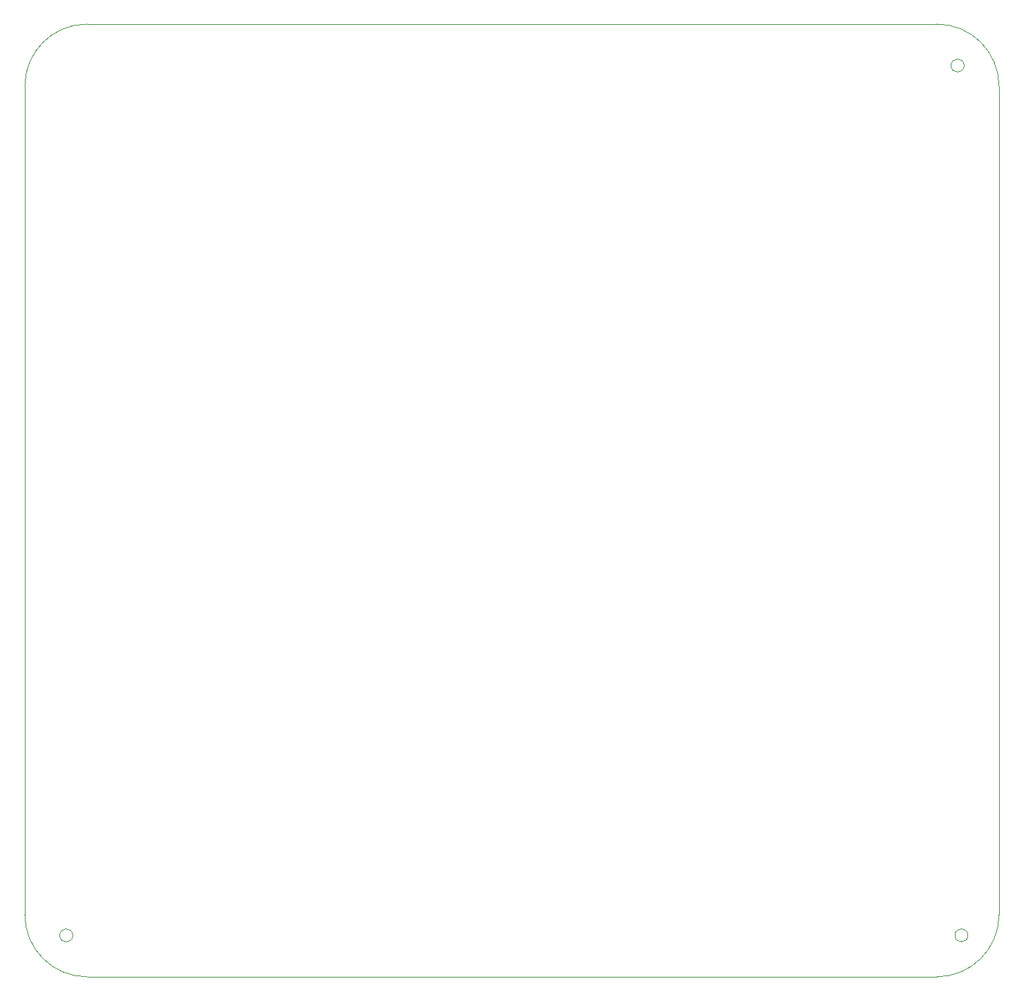
<source format=gbr>
%TF.GenerationSoftware,KiCad,Pcbnew,7.0.10*%
%TF.CreationDate,2024-03-05T20:19:53-03:00*%
%TF.ProjectId,board,626f6172-642e-46b6-9963-61645f706362,rev?*%
%TF.SameCoordinates,Original*%
%TF.FileFunction,Profile,NP*%
%FSLAX46Y46*%
G04 Gerber Fmt 4.6, Leading zero omitted, Abs format (unit mm)*
G04 Created by KiCad (PCBNEW 7.0.10) date 2024-03-05 20:19:53*
%MOMM*%
%LPD*%
G01*
G04 APERTURE LIST*
%TA.AperFunction,Profile*%
%ADD10C,0.100000*%
%TD*%
G04 APERTURE END LIST*
D10*
X135987000Y-23749000D02*
G75*
G03*
X134387000Y-23749000I-800000J0D01*
G01*
X134387000Y-23749000D02*
G75*
G03*
X135987000Y-23749000I800000J0D01*
G01*
X28507000Y-18669000D02*
G75*
G03*
X20887000Y-26289000I0J-7620000D01*
G01*
X20887000Y-127889000D02*
G75*
G03*
X28507000Y-135509000I7620000J0D01*
G01*
X136457000Y-130429000D02*
G75*
G03*
X134857000Y-130429000I-800000J0D01*
G01*
X134857000Y-130429000D02*
G75*
G03*
X136457000Y-130429000I800000J0D01*
G01*
X132647000Y-135509000D02*
G75*
G03*
X140267000Y-127889000I0J7620000D01*
G01*
X140267000Y-26289000D02*
G75*
G03*
X132647000Y-18669000I-7620000J0D01*
G01*
X26767000Y-130429000D02*
G75*
G03*
X25167000Y-130429000I-800000J0D01*
G01*
X25167000Y-130429000D02*
G75*
G03*
X26767000Y-130429000I800000J0D01*
G01*
X20887000Y-26289000D02*
X20887000Y-127889000D01*
X132647000Y-135509000D02*
X28507000Y-135509000D01*
X132647000Y-18669000D02*
X28507000Y-18669000D01*
X140267000Y-26289000D02*
X140267000Y-127889000D01*
M02*

</source>
